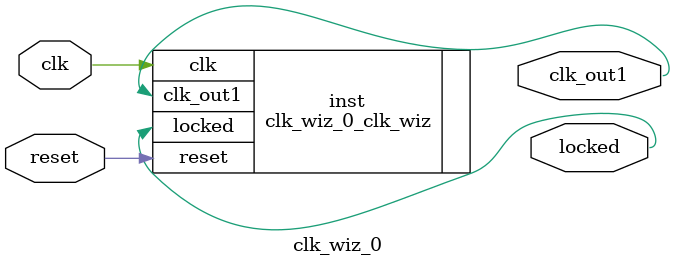
<source format=v>


`timescale 1ps/1ps

(* CORE_GENERATION_INFO = "clk_wiz_0,clk_wiz_v6_0_14_0_0,{component_name=clk_wiz_0,use_phase_alignment=false,use_min_o_jitter=false,use_max_i_jitter=false,use_dyn_phase_shift=false,use_inclk_switchover=false,use_dyn_reconfig=false,enable_axi=0,feedback_source=FDBK_AUTO,PRIMITIVE=MMCM,num_out_clk=1,clkin1_period=10.000,clkin2_period=10.000,use_power_down=false,use_reset=true,use_locked=true,use_inclk_stopped=false,feedback_type=SINGLE,CLOCK_MGR_TYPE=NA,manual_override=false}" *)

module clk_wiz_0 
 (
  // Clock out ports
  output        clk_out1,
  // Status and control signals
  input         reset,
  output        locked,
 // Clock in ports
  input         clk
 );

  clk_wiz_0_clk_wiz inst
  (
  // Clock out ports  
  .clk_out1(clk_out1),
  // Status and control signals               
  .reset(reset), 
  .locked(locked),
 // Clock in ports
  .clk(clk)
  );

endmodule

</source>
